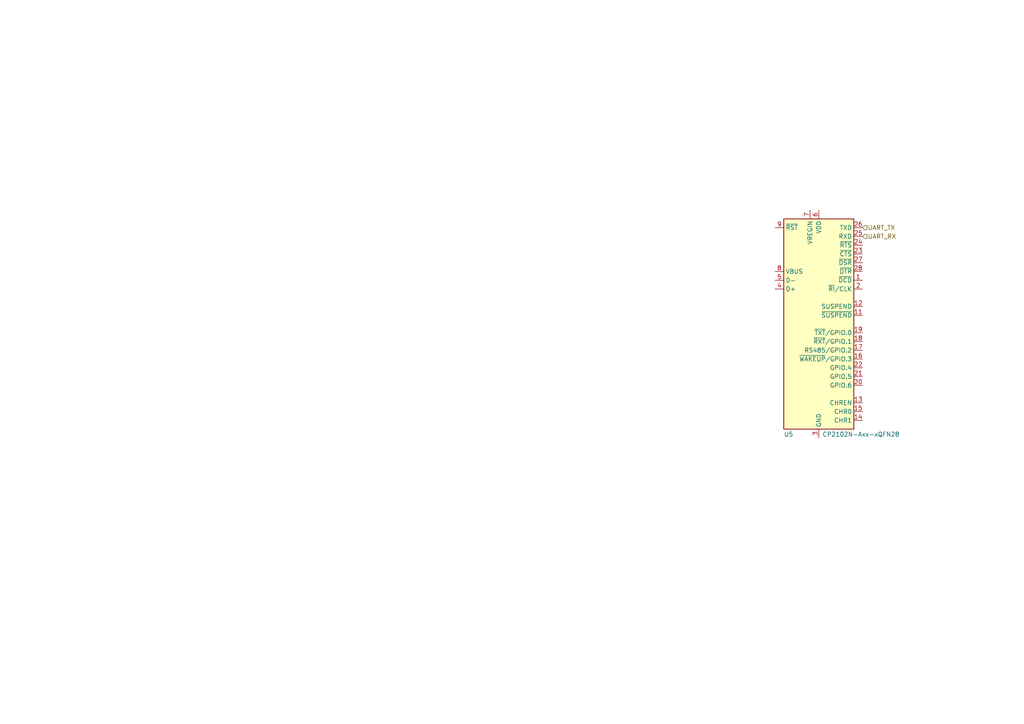
<source format=kicad_sch>
(kicad_sch (version 20231120) (generator "eeschema") (generator_version "8.0")
  (paper "A4")
  (lib_symbols
    (symbol "Connector:USB_C_Receptacle_USB2.0" (pin_names (offset 1.016))
      (property "Reference" "J" (at -10.16 19.05 0))
      (property "Value" "USB_C_Receptacle_USB2.0" (at 19.05 19.05 0))
      (symbol "USB_C_Receptacle_USB2.0_0_0"
        (rectangle (start -0.254 -17.78) (end 0.254 -16.764))
        (rectangle (start 10.16 -14.986) (end 9.144 -15.494))
        (rectangle (start 10.16 -12.446) (end 9.144 -12.954))
        (rectangle (start 10.16 -4.826) (end 9.144 -5.334))
        (rectangle (start 10.16 -2.286) (end 9.144 -2.794))
        (rectangle (start 10.16 0.254) (end 9.144 -0.254))
        (rectangle (start 10.16 2.794) (end 9.144 2.286))
        (rectangle (start 10.16 7.874) (end 9.144 7.366))
        (rectangle (start 10.16 10.414) (end 9.144 9.906))
        (rectangle (start 10.16 15.494) (end 9.144 14.986))
      )
      (symbol "USB_C_Receptacle_USB2.0_0_1"
        (rectangle (start -10.16 17.78) (end 10.16 -17.78) (stroke (width 0.254)) (fill (type background)))
        (arc (start -8.89 -3.81) (mid -6.985 -5.7067) (end -5.08 -3.81) (stroke (width 0.508)))
        (arc (start -7.62 -3.81) (mid -6.985 -4.4423) (end -6.35 -3.81) (stroke (width 0.254)))
        (arc (start -7.62 -3.81) (mid -6.985 -4.4423) (end -6.35 -3.81) (stroke (width 0.254)) (fill (type outline)))
        (rectangle (start -7.62 -3.81) (end -6.35 3.81) (stroke (width 0.254)) (fill (type outline)))
        (arc (start -6.35 3.81) (mid -6.985 4.4423) (end -7.62 3.81) (stroke (width 0.254)))
        (arc (start -6.35 3.81) (mid -6.985 4.4423) (end -7.62 3.81) (stroke (width 0.254)) (fill (type outline)))
        (arc (start -5.08 3.81) (mid -6.985 5.7067) (end -8.89 3.81) (stroke (width 0.508)))
        (circle (center -2.54 1.143) (radius 0.635) (stroke (width 0.254)) (fill (type outline)))
        (circle (center 0 -5.842) (radius 1.27) (fill (type outline)))
        (polyline (pts (xy -8.89 -3.81) (xy -8.89 3.81)) (stroke (width 0.508)))
        (polyline (pts (xy -5.08 3.81) (xy -5.08 -3.81)) (stroke (width 0.508)))
        (polyline (pts (xy 0 -5.842) (xy 0 4.318)) (stroke (width 0.508)))
        (polyline (pts (xy 0 -3.302) (xy -2.54 -0.762) (xy -2.54 0.508)) (stroke (width 0.508)))
        (polyline (pts (xy 0 -2.032) (xy 2.54 0.508) (xy 2.54 1.778)) (stroke (width 0.508)))
        (polyline (pts (xy -1.27 4.318) (xy 0 6.858) (xy 1.27 4.318) (xy -1.27 4.318)) (stroke (width 0.254)) (fill (type outline)))
        (rectangle (start 1.905 1.778) (end 3.175 3.048) (stroke (width 0.254)) (fill (type outline)))
      )
      (symbol "USB_C_Receptacle_USB2.0_1_1"
        (pin passive line (at 0 -22.86 90) (length 5.08) (name "GND") (number "A1"))
        (pin passive line (at 0 -22.86 90) (length 5.08) hide (name "GND") (number "A12"))
        (pin passive line (at 15.24 15.24 180) (length 5.08) (name "VBUS") (number "A4"))
        (pin bidirectional line (at 15.24 10.16 180) (length 5.08) (name "CC1") (number "A5"))
        (pin bidirectional line (at 15.24 -2.54 180) (length 5.08) (name "D+") (number "A6"))
        (pin bidirectional line (at 15.24 2.54 180) (length 5.08) (name "D-") (number "A7"))
        (pin bidirectional line (at 15.24 -12.7 180) (length 5.08) (name "SBU1") (number "A8"))
        (pin passive line (at 15.24 15.24 180) (length 5.08) hide (name "VBUS") (number "A9"))
        (pin passive line (at 0 -22.86 90) (length 5.08) hide (name "GND") (number "B1"))
        (pin passive line (at 0 -22.86 90) (length 5.08) hide (name "GND") (number "B12"))
        (pin passive line (at 15.24 15.24 180) (length 5.08) hide (name "VBUS") (number "B4"))
        (pin bidirectional line (at 15.24 7.62 180) (length 5.08) (name "CC2") (number "B5"))
        (pin bidirectional line (at 15.24 -5.08 180) (length 5.08) (name "D+") (number "B6"))
        (pin bidirectional line (at 15.24 0 180) (length 5.08) (name "D-") (number "B7"))
        (pin bidirectional line (at 15.24 -15.24 180) (length 5.08) (name "SBU2") (number "B8"))
        (pin passive line (at 15.24 15.24 180) (length 5.08) hide (name "VBUS") (number "B9"))
        (pin passive line (at -7.62 -22.86 90) (length 5.08) (name "SHIELD") (number "S1"))
      )
    )
    (symbol "Device:C_Small" (pin_numbers hide) (pin_names (offset 0.254) hide)
      (property "Reference" "C" (at 0.254 1.778 0))
      (property "Value" "C_Small" (at 0.254 -2.032 0))
      (symbol "C_Small_0_1"
        (polyline (pts (xy -1.524 -0.508) (xy 1.524 -0.508)) (stroke (width 0.3302)))
        (polyline (pts (xy -1.524 0.508) (xy 1.524 0.508)) (stroke (width 0.3048)))
      )
      (symbol "C_Small_1_1"
        (pin passive line (at 0 2.54 270) (length 2.032) (name "~") (number "1"))
        (pin passive line (at 0 -2.54 90) (length 2.032) (name "~") (number "2"))
      )
    )
    (symbol "Device:LED_Small" (pin_numbers hide) (pin_names (offset 0.254) hide)
      (property "Reference" "D" (at -1.27 3.175 0))
      (property "Value" "LED_Small" (at -4.445 -2.54 0))
      (symbol "LED_Small_0_1"
        (polyline (pts (xy -0.762 -1.016) (xy -0.762 1.016)) (stroke (width 0.254)))
        (polyline (pts (xy 1.016 0) (xy -0.762 0)))
        (polyline (pts (xy 0.762 -1.016) (xy -0.762 0) (xy 0.762 1.016) (xy 0.762 -1.016)) (stroke (width 0.254)))
        (polyline (pts (xy 0 0.762) (xy -0.508 1.27) (xy -0.254 1.27) (xy -0.508 1.27) (xy -0.508 1.016)))
        (polyline (pts (xy 0.508 1.27) (xy 0 1.778) (xy 0.254 1.778) (xy 0 1.778) (xy 0 1.524)))
      )
      (symbol "LED_Small_1_1"
        (pin passive line (at -2.54 0 0) (length 1.778) (name "K") (number "1"))
        (pin passive line (at 2.54 0 180) (length 1.778) (name "A") (number "2"))
      )
    )
    (symbol "Device:R_Small" (pin_numbers hide) (pin_names (offset 0.254) hide)
      (property "Reference" "R" (at 0.762 0.508 0))
      (property "Value" "R_Small" (at 0.762 -1.016 0))
      (symbol "R_Small_0_1"
        (rectangle (start -0.762 1.778) (end 0.762 -1.778) (stroke (width 0.2032)))
      )
      (symbol "R_Small_1_1"
        (pin passive line (at 0 2.54 270) (length 0.762) (name "~") (number "1"))
        (pin passive line (at 0 -2.54 90) (length 0.762) (name "~") (number "2"))
      )
    )
    (symbol "Interface_USB:CP2102N-Axx-xQFN28"
      (property "Reference" "U" (at -8.89 31.75 0))
      (property "Value" "CP2102N-Axx-xQFN28" (at 12.7 31.75 0))
      (symbol "CP2102N-Axx-xQFN28_0_1"
        (rectangle (start -10.16 30.48) (end 10.16 -30.48) (stroke (width 0.254)) (fill (type background)))
      )
      (symbol "CP2102N-Axx-xQFN28_1_1"
        (pin input line (at 12.7 12.7 180) (length 2.54) (name "~{DCD}") (number "1"))
        (pin no_connect line (at -10.16 -27.94 0) (length 2.54) hide (name "NC") (number "10"))
        (pin output line (at 12.7 2.54 180) (length 2.54) (name "~{SUSPEND}") (number "11"))
        (pin output line (at 12.7 5.08 180) (length 2.54) (name "SUSPEND") (number "12"))
        (pin output line (at 12.7 -22.86 180) (length 2.54) (name "CHREN") (number "13"))
        (pin output line (at 12.7 -27.94 180) (length 2.54) (name "CHR1") (number "14"))
        (pin output line (at 12.7 -25.4 180) (length 2.54) (name "CHR0") (number "15"))
        (pin bidirectional line (at 12.7 -10.16 180) (length 2.54) (name "~{WAKEUP}/GPIO.3") (number "16"))
        (pin bidirectional line (at 12.7 -7.62 180) (length 2.54) (name "RS485/GPIO.2") (number "17"))
        (pin bidirectional line (at 12.7 -5.08 180) (length 2.54) (name "~{RXT}/GPIO.1") (number "18"))
        (pin bidirectional line (at 12.7 -2.54 180) (length 2.54) (name "~{TXT}/GPIO.0") (number "19"))
        (pin bidirectional line (at 12.7 10.16 180) (length 2.54) (name "~{RI}/CLK") (number "2"))
        (pin bidirectional line (at 12.7 -17.78 180) (length 2.54) (name "GPIO.6") (number "20"))
        (pin bidirectional line (at 12.7 -15.24 180) (length 2.54) (name "GPIO.5") (number "21"))
        (pin bidirectional line (at 12.7 -12.7 180) (length 2.54) (name "GPIO.4") (number "22"))
        (pin input line (at 12.7 20.32 180) (length 2.54) (name "~{CTS}") (number "23"))
        (pin output line (at 12.7 22.86 180) (length 2.54) (name "~{RTS}") (number "24"))
        (pin input line (at 12.7 25.4 180) (length 2.54) (name "RXD") (number "25"))
        (pin output line (at 12.7 27.94 180) (length 2.54) (name "TXD") (number "26"))
        (pin input line (at 12.7 17.78 180) (length 2.54) (name "~{DSR}") (number "27"))
        (pin output line (at 12.7 15.24 180) (length 2.54) (name "~{DTR}") (number "28"))
        (pin passive line (at 0 -33.02 90) (length 2.54) hide (name "GND") (number "29"))
        (pin power_in line (at 0 -33.02 90) (length 2.54) (name "GND") (number "3"))
        (pin bidirectional line (at -12.7 10.16 0) (length 2.54) (name "D+") (number "4"))
        (pin bidirectional line (at -12.7 12.7 0) (length 2.54) (name "D-") (number "5"))
        (pin power_in line (at 0 33.02 270) (length 2.54) (name "VDD") (number "6"))
        (pin power_in line (at -2.54 33.02 270) (length 2.54) (name "VREGIN") (number "7"))
        (pin input line (at -12.7 15.24 0) (length 2.54) (name "VBUS") (number "8"))
        (pin input line (at -12.7 27.94 0) (length 2.54) (name "~{RST}") (number "9"))
      )
    )
    (symbol "power:+3.3V" (power) (pin_names (offset 0))
      (property "Value" "+3.3V" (at 0 3.556 0))
      (symbol "+3.3V_0_1"
        (polyline (pts (xy -0.762 1.27) (xy 0 2.54)))
        (polyline (pts (xy 0 0) (xy 0 2.54)))
        (polyline (pts (xy 0 2.54) (xy 0.762 1.27)))
      )
      (symbol "+3.3V_1_1"
        (pin power_in line (at 0 0 90) (length 0) hide (name "+3.3V") (number "1"))
      )
    )
    (symbol "power:GND" (power) (pin_names (offset 0))
      (property "Value" "GND" (at 0 -3.81 0))
      (symbol "GND_0_1"
        (polyline (pts (xy 0 0) (xy 0 -1.27) (xy 1.27 -1.27) (xy 0 -2.54) (xy -1.27 -1.27) (xy 0 -1.27)))
      )
      (symbol "GND_1_1"
        (pin power_in line (at 0 0 270) (length 0) hide (name "GND") (number "1"))
      )
    )
  )
  (junction (at 337.82 86.36))
  (junction (at 401.32 62.357))
  (junction (at 348.615 62.738))
  (junction (at 318.77 110.49))
  (junction (at 348.615 70.358))
  (junction (at 360.68 62.992))
  (junction (at 451.485 109.22))
  (junction (at 337.82 88.9))
  (no_connect (at 334.01 101.6))
  (no_connect (at 414.02 114.3))
  (no_connect (at 414.02 86.36))
  (no_connect (at 414.02 109.22))
  (no_connect (at 414.02 88.9))
  (no_connect (at 334.01 78.74))
  (no_connect (at 334.01 99.06))
  (no_connect (at 414.02 124.46))
  (no_connect (at 414.02 106.68))
  (no_connect (at 414.02 121.92))
  (no_connect (at 414.02 93.98))
  (no_connect (at 414.02 116.84))
  (no_connect (at 414.02 111.76))
  (no_connect (at 414.02 78.74))
  (no_connect (at 414.02 127))
  (no_connect (at 414.02 81.28))
  (no_connect (at 414.02 96.52))
  (no_connect (at 334.01 76.2))
  (wire (pts (xy 438.15 98.425) (xy 441.325 98.425)))
  (wire (pts (xy 348.615 70.358) (xy 348.615 70.993)))
  (wire (pts (xy 334.01 83.82) (xy 337.82 83.82)))
  (wire (pts (xy 334.01 88.9) (xy 337.82 88.9)))
  (wire (pts (xy 337.82 83.82) (xy 337.82 86.36)))
  (wire (pts (xy 360.68 62.992) (xy 360.68 62.738)))
  (wire (pts (xy 431.165 121.285) (xy 433.07 121.285)))
  (wire (pts (xy 401.32 132.08) (xy 401.32 133.985)))
  (wire (pts (xy 380.365 71.12) (xy 388.62 71.12)))
  (wire (pts (xy 318.77 109.22) (xy 318.77 110.49)))
  (wire (pts (xy 414.02 101.6) (xy 426.72 101.6)))
  (wire (pts (xy 426.72 109.22) (xy 426.72 104.14)))
  (wire (pts (xy 360.68 62.992) (xy 360.68 64.008)))
  (wire (pts (xy 311.15 110.49) (xy 318.77 110.49)))
  (wire (pts (xy 348.615 61.468) (xy 348.615 62.738)))
  (wire (pts (xy 446.405 109.22) (xy 451.485 109.22)))
  (wire (pts (xy 334.01 86.36) (xy 337.82 86.36)))
  (wire (pts (xy 438.15 109.22) (xy 441.325 109.22)))
  (wire (pts (xy 414.02 73.66) (xy 419.1 73.66)))
  (wire (pts (xy 414.02 83.82) (xy 419.1 83.82)))
  (wire (pts (xy 348.615 69.088) (xy 348.615 70.358)))
  (wire (pts (xy 318.77 110.49) (xy 318.77 111.125)))
  (wire (pts (xy 426.72 98.425) (xy 433.07 98.425)))
  (wire (pts (xy 334.01 91.44) (xy 337.82 91.44)))
  (wire (pts (xy 414.02 76.2) (xy 419.1 76.2)))
  (wire (pts (xy 433.07 109.22) (xy 426.72 109.22)))
  (wire (pts (xy 438.15 121.285) (xy 441.325 121.285)))
  (wire (pts (xy 401.32 61.468) (xy 401.32 62.357)))
  (wire (pts (xy 360.68 69.088) (xy 360.68 70.358)))
  (wire (pts (xy 401.32 62.357) (xy 401.32 66.04)))
  (wire (pts (xy 446.405 121.285) (xy 451.485 121.285)))
  (wire (pts (xy 451.485 98.425) (xy 451.485 109.22)))
  (wire (pts (xy 311.15 109.22) (xy 311.15 110.49)))
  (wire (pts (xy 432.816 62.357) (xy 432.816 67.818)))
  (wire (pts (xy 432.816 72.898) (xy 432.816 74.803)))
  (wire (pts (xy 337.82 86.36) (xy 388.62 86.36)))
  (wire (pts (xy 426.72 104.14) (xy 414.02 104.14)))
  (wire (pts (xy 334.01 71.12) (xy 336.042 71.12)))
  (wire (pts (xy 374.015 71.12) (xy 375.285 71.12)))
  (wire (pts (xy 446.405 98.425) (xy 451.485 98.425)))
  (wire (pts (xy 348.615 62.738) (xy 360.68 62.738)))
  (wire (pts (xy 337.82 88.9) (xy 388.62 88.9)))
  (wire (pts (xy 386.08 83.82) (xy 388.62 83.82)))
  (wire (pts (xy 348.615 62.738) (xy 348.615 64.008)))
  (wire (pts (xy 426.72 101.6) (xy 426.72 98.425)))
  (wire (pts (xy 414.02 71.12) (xy 419.1 71.12)))
  (wire (pts (xy 360.68 62.992) (xy 398.78 62.992)))
  (wire (pts (xy 398.78 62.992) (xy 398.78 66.04)))
  (wire (pts (xy 401.32 62.357) (xy 432.816 62.357)))
  (wire (pts (xy 360.68 70.358) (xy 348.615 70.358)))
  (wire (pts (xy 336.042 70.358) (xy 336.042 71.12)))
  (wire (pts (xy 337.82 91.44) (xy 337.82 88.9)))
  (rectangle (start 301.498 54.102) (end 457.708 139.065))
  (text "USB-UART" (at 305.816 60.96 0) (effects (font (size 3 3) (bold yes)) (justify left bottom)))
  (label "USB_D+" (at 337.82 88.9 0))
  (label "~{RST}" (at 419.1 76.2 0))
  (label "~{TXT}" (at 419.1 101.6 0))
  (label "VUSB" (at 348.615 61.468 180))
  (label "UART_TX" (at 419.1 71.12 0))
  (label "VUSB" (at 336.042 70.358 0))
  (label "~{DTR}" (at 419.1 83.82 0))
  (label "USB_D-" (at 337.82 85.725 0))
  (label "~{RXT}" (at 419.1 104.14 0))
  (label "VUSB" (at 386.08 83.82 180))
  (label "~{RESET}" (at 386.08 71.12 180))
  (label "UART_RX" (at 419.1 73.66 0))
  (hierarchical_label "UART_RX" (shape input) (at 250.19 68.58 0))
  (hierarchical_label "UART_TX" (shape input) (at 250.19 66.04 0))
  (symbol (lib_id "Device:LED_Small") (at 443.865 98.425 180) (unit 1)
    (property "Reference" "D13" (at 443.8015 92.71 0))
    (property "Value" "LEDR" (at 443.8015 95.25 0))
    (property "Footprint" "LED_SMD:LED_0603_1608Metric" (effects (hide yes)))
  )
  (symbol (lib_id "Device:LED_Small") (at 443.865 121.285 180) (unit 1)
    (property "Reference" "D15" (at 443.8015 114.935 0))
    (property "Value" "LEDR" (at 443.8015 117.475 0))
    (property "Footprint" "LED_SMD:LED_0603_1608Metric" (effects (hide yes)))
  )
  (symbol (lib_id "power:GND") (at 432.816 74.803 0) (unit 1)
    (property "Reference" "#PWR046" (effects (hide yes)))
    (property "Value" "GND" (effects (hide yes)))
  )
  (symbol (lib_id "Device:R_Small") (at 435.61 109.22 270) (unit 1)
    (property "Reference" "R17" (at 435.61 103.505 90))
    (property "Value" "1k" (at 435.61 106.045 90))
    (property "Footprint" "Resistor_SMD:R_0603_1608Metric" (effects (hide yes)))
  )
  (symbol (lib_id "power:GND") (at 451.485 109.22 90) (unit 1)
    (property "Reference" "#PWR047" (effects (hide yes)))
    (property "Value" "GND" (effects (hide yes)))
  )
  (symbol (lib_id "power:GND") (at 401.32 133.985 0) (unit 1)
    (property "Reference" "#PWR044" (effects (hide yes)))
    (property "Value" "GND" (effects (hide yes)))
  )
  (symbol (lib_id "Device:C_Small") (at 348.615 66.548 180) (unit 1)
    (property "Reference" "C9" (at 351.79 65.2715 0) (effects (justify right)))
    (property "Value" "1uF" (at 351.79 67.8115 0) (effects (justify right)))
    (property "Footprint" "Capacitor_SMD:C_0603_1608Metric" (effects (hide yes)))
  )
  (symbol (lib_id "Device:R_Small") (at 435.61 98.425 270) (unit 1)
    (property "Reference" "R16" (at 435.61 92.71 90))
    (property "Value" "1k" (at 435.61 95.25 90))
    (property "Footprint" "Resistor_SMD:R_0603_1608Metric" (effects (hide yes)))
  )
  (symbol (lib_id "power:GND") (at 451.485 121.285 90) (unit 1)
    (property "Reference" "#PWR048" (effects (hide yes)))
    (property "Value" "GND" (effects (hide yes)))
  )
  (symbol (lib_id "Device:C_Small") (at 360.68 66.548 0) (unit 1)
    (property "Reference" "C10" (at 363.855 65.2842 0) (effects (justify left)))
    (property "Value" "100nF" (at 363.855 67.8242 0) (effects (justify left)))
    (property "Footprint" "Capacitor_SMD:C_0603_1608Metric" (effects (hide yes)))
  )
  (symbol (lib_id "Device:R_Small") (at 377.825 71.12 90) (unit 1)
    (property "Reference" "R15" (at 377.825 65.405 90))
    (property "Value" "10k" (at 377.825 67.945 90))
    (property "Footprint" "Resistor_SMD:R_0603_1608Metric" (effects (hide yes)))
  )
  (symbol (lib_id "power:+3.3V") (at 374.015 71.12 90) (unit 1)
    (property "Reference" "#PWR042" (effects (hide yes)))
    (property "Value" "+3.3V" (at 370.84 71.1199 90) (effects (justify left)))
  )
  (symbol (lib_id "Device:LED_Small") (at 443.865 109.22 180) (unit 1)
    (property "Reference" "D14" (at 443.8015 102.87 0))
    (property "Value" "LEDR" (at 443.8015 105.41 0))
    (property "Footprint" "LED_SMD:LED_0603_1608Metric" (effects (hide yes)))
  )
  (symbol (lib_id "power:+3.3V") (at 401.32 61.468 0) (unit 1)
    (property "Reference" "#PWR043" (effects (hide yes)))
    (property "Value" "+3.3V" (at 401.32 56.388 0))
  )
  (symbol (lib_id "Device:R_Small") (at 435.61 121.285 270) (unit 1)
    (property "Reference" "R18" (at 435.61 115.57 90))
    (property "Value" "1k" (at 435.61 118.11 90))
    (property "Footprint" "Resistor_SMD:R_0603_1608Metric" (effects (hide yes)))
  )
  (symbol (lib_id "Interface_USB:CP2102N-Axx-xQFN28") (at 237.49 93.98 0) (unit 1)
    (property "Reference" "U5" (at 227.33 125.984 0) (effects (justify left)))
    (property "Value" "CP2102N-Axx-xQFN28" (at 238.506 125.984 0) (effects (justify left)))
    (property "Footprint" "Package_DFN_QFN:QFN-28-1EP_5x5mm_P0.5mm_EP3.35x3.35mm" (effects (hide yes)))
    (property "Datasheet" "https://www.silabs.com/documents/public/data-sheets/cp2102n-datasheet.pdf" (effects (hide yes)))
    (property "Description" "USB to UART master bridge, QFN-28" (effects (hide yes)))
  )
  (symbol (lib_id "power:+3.3V") (at 431.165 121.285 90) (unit 1)
    (property "Reference" "#PWR045" (effects (hide yes)))
    (property "Value" "+3.3V" (at 421.64 121.285 90) (effects (justify right)))
  )
  (symbol (lib_id "power:GND") (at 318.77 111.125 0) (unit 1)
    (property "Reference" "#PWR022" (effects (hide yes)))
    (property "Value" "GND" (effects (hide yes)))
  )
  (symbol (lib_id "Connector:USB_C_Receptacle_USB2.0") (at 318.77 86.36 0) (unit 1)
    (property "Reference" "J12" (at 318.77 63.5 0))
    (property "Value" "USB_C_2.0" (at 318.77 66.04 0))
    (property "Footprint" "Connector_USB:USB_C_Receptacle_Palconn_UTC16-G" (effects (hide yes)))
    (property "Datasheet" "https://www.usb.org/sites/default/files/documents/usb_type-c.zip" (effects (hide yes)))
  )
  (symbol (lib_id "Device:C_Small") (at 432.816 70.358 0) (unit 1)
    (property "Reference" "C12" (at 435.991 69.0942 0) (effects (justify left)))
    (property "Value" "100nF" (at 435.991 71.6342 0) (effects (justify left)))
    (property "Footprint" "Capacitor_SMD:C_0603_1608Metric" (effects (hide yes)))
  )
  (symbol (lib_id "power:GND") (at 348.615 70.993 0) (unit 1)
    (property "Reference" "#PWR023" (effects (hide yes)))
    (property "Value" "GND" (effects (hide yes)))
  )
  (symbol (lib_id "Interface_USB:CP2102N-Axx-xQFN28") (at 401.32 99.06 0) (unit 1)
    (property "Reference" "U4" (at 403.3394 132.08 0) (effects (justify left)))
    (property "Value" "CP2102N-QFN28" (at 403.3394 134.62 0) (effects (justify left)))
    (property "Footprint" "Package_DFN_QFN:QFN-28-1EP_5x5mm_P0.5mm_EP3.35x3.35mm" (effects (hide yes)))
    (property "Datasheet" "https://www.silabs.com/documents/public/data-sheets/cp2102n-datasheet.pdf" (effects (hide yes)))
  )
)
</source>
